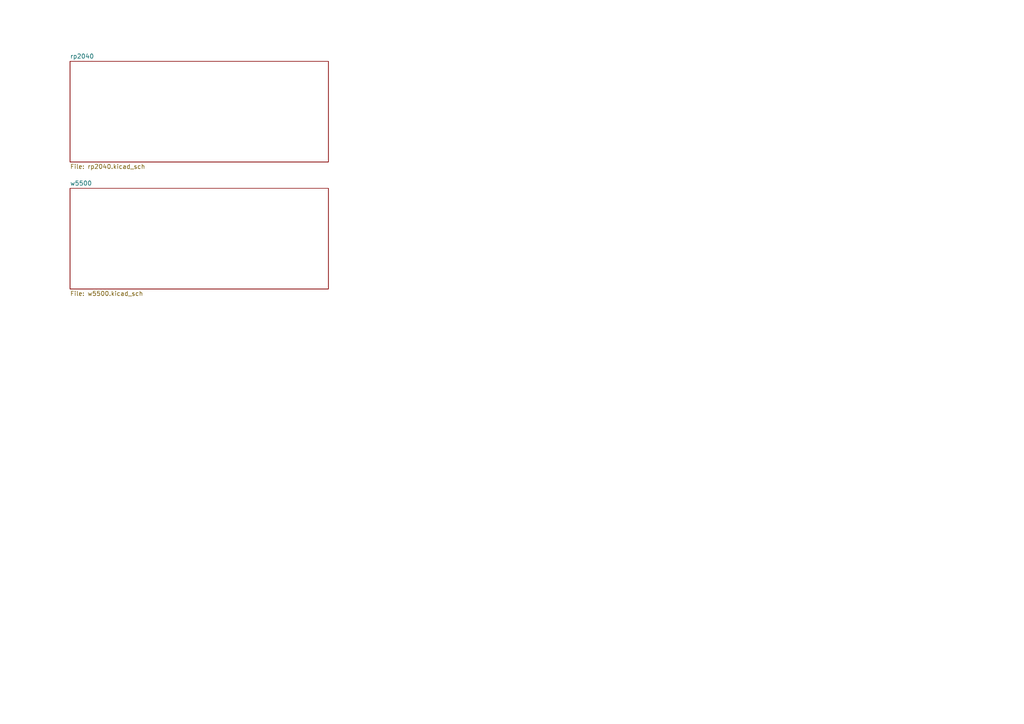
<source format=kicad_sch>
(kicad_sch (version 20211123) (generator eeschema)
  (paper "A4")
  (lib_symbols)
  (sheet (at 20.32 17.78) (size 74.93 29.21) (stroke (width 0.1524))
    (property "Sheet name" "rp2040" (at 20.32 17.0684 0) (effects (justify left bottom)))
    (property "Sheet file" "rp2040.kicad_sch" (at 20.32 47.5746 0) (effects (justify left top)))
  )
  (sheet (at 20.32 54.61) (size 74.93 29.21) (stroke (width 0.1524))
    (property "Sheet name" "w5500" (at 20.32 53.8984 0) (effects (justify left bottom)))
    (property "Sheet file" "w5500.kicad_sch" (at 20.32 84.4046 0) (effects (justify left top)))
  )
)
</source>
